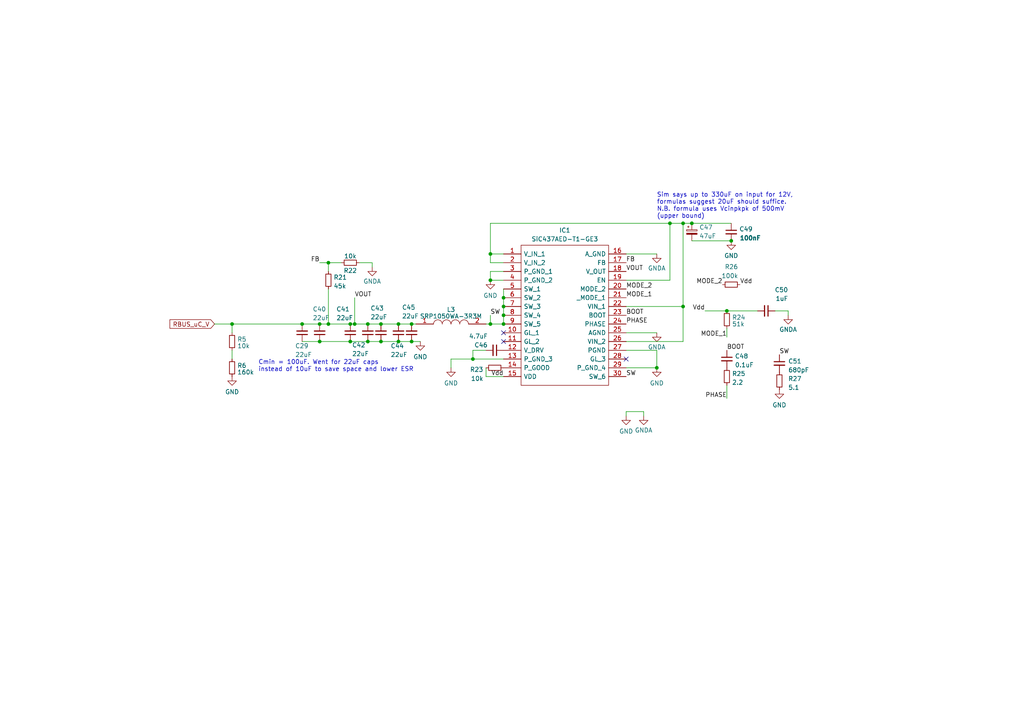
<source format=kicad_sch>
(kicad_sch (version 20231120) (generator "eeschema") (generator_version "8.0")
  (paper "A4")
  (lib_symbols
    (symbol "Device:C_Polarized_Small" (pin_numbers hide) (pin_names (offset 0.254) hide)
      (property "Reference" "C" (at 0.254 1.778 0))
      (property "Value" "C_Polarized_Small" (at 0.254 -2.032 0))
      (symbol "C_Polarized_Small_0_1"
        (rectangle (start -1.524 -0.3048) (end 1.524 -0.6858) (fill (type outline)))
        (rectangle (start -1.524 0.6858) (end 1.524 0.3048))
        (polyline (pts (xy -1.27 1.524) (xy -0.762 1.524)))
        (polyline (pts (xy -1.016 1.27) (xy -1.016 1.778)))
      )
      (symbol "C_Polarized_Small_1_1"
        (pin passive line (at 0 2.54 270) (length 1.8542) (name "~") (number "1"))
        (pin passive line (at 0 -2.54 90) (length 1.8542) (name "~") (number "2"))
      )
    )
    (symbol "Device:C_Small" (pin_numbers hide) (pin_names (offset 0.254) hide)
      (property "Reference" "C" (at 0.254 1.778 0))
      (property "Value" "C_Small" (at 0.254 -2.032 0))
      (symbol "C_Small_0_1"
        (polyline (pts (xy -1.524 -0.508) (xy 1.524 -0.508)) (stroke (width 0.3302)))
        (polyline (pts (xy -1.524 0.508) (xy 1.524 0.508)) (stroke (width 0.3048)))
      )
      (symbol "C_Small_1_1"
        (pin passive line (at 0 2.54 270) (length 2.032) (name "~") (number "1"))
        (pin passive line (at 0 -2.54 90) (length 2.032) (name "~") (number "2"))
      )
    )
    (symbol "Device:R_Small" (pin_numbers hide) (pin_names (offset 0.254) hide)
      (property "Reference" "R" (at 0.762 0.508 0))
      (property "Value" "R_Small" (at 0.762 -1.016 0))
      (symbol "R_Small_0_1"
        (rectangle (start -0.762 1.778) (end 0.762 -1.778) (stroke (width 0.2032)))
      )
      (symbol "R_Small_1_1"
        (pin passive line (at 0 2.54 270) (length 0.762) (name "~") (number "1"))
        (pin passive line (at 0 -2.54 90) (length 0.762) (name "~") (number "2"))
      )
    )
    (symbol "iclr:SRP1050WA-3R3M" (pin_names (offset 0.762))
      (property "Reference" "L" (at 16.51 6.35 0))
      (property "Value" "SRP1050WA-3R3M" (at 16.51 3.81 0))
      (symbol "SRP1050WA-3R3M_0_0"
        (pin passive line (at 0 0 0) (length 5.08) (name "~") (number "1"))
        (pin passive line (at 20.32 0 180) (length 5.08) (name "~") (number "2"))
      )
      (symbol "SRP1050WA-3R3M_0_1"
        (arc (start 7.62 0) (mid 6.35 1.2202) (end 5.08 0) (stroke (width 0.1524)))
        (arc (start 10.16 0) (mid 8.89 1.2202) (end 7.62 0) (stroke (width 0.1524)))
        (arc (start 12.7 0) (mid 11.43 1.2202) (end 10.16 0) (stroke (width 0.1524)))
        (arc (start 15.24 0) (mid 13.97 1.2202) (end 12.7 0) (stroke (width 0.1524)))
      )
    )
    (symbol "iclr:SiC437BED-T1-GE3" (pin_names (offset 0.762))
      (property "Reference" "IC" (at 31.75 7.62 0))
      (property "Value" "SiC437BED-T1-GE3" (at 31.75 5.08 0))
      (symbol "SiC437BED-T1-GE3_0_0"
        (pin passive line (at 0 0 0) (length 5.08) (name "V_IN_1") (number "1"))
        (pin passive line (at 0 -22.86 0) (length 5.08) (name "GL_1") (number "10"))
        (pin passive line (at 0 -25.4 0) (length 5.08) (name "GL_2") (number "11"))
        (pin passive line (at 0 -27.94 0) (length 5.08) (name "V_DRV") (number "12"))
        (pin passive line (at 0 -30.48 0) (length 5.08) (name "P_GND_3") (number "13"))
        (pin passive line (at 0 -33.02 0) (length 5.08) (name "P_GOOD") (number "14"))
        (pin passive line (at 0 -35.56 0) (length 5.08) (name "VDD") (number "15"))
        (pin passive line (at 35.56 0 180) (length 5.08) (name "A_GND") (number "16"))
        (pin passive line (at 35.56 -2.54 180) (length 5.08) (name "FB") (number "17"))
        (pin passive line (at 35.56 -5.08 180) (length 5.08) (name "V_OUT") (number "18"))
        (pin passive line (at 35.56 -7.62 180) (length 5.08) (name "EN") (number "19"))
        (pin passive line (at 0 -2.54 0) (length 5.08) (name "V_IN_2") (number "2"))
        (pin passive line (at 35.56 -10.16 180) (length 5.08) (name "MODE_2") (number "20"))
        (pin passive line (at 35.56 -12.7 180) (length 5.08) (name "_MODE_1") (number "21"))
        (pin passive line (at 35.56 -15.24 180) (length 5.08) (name "VIN_1") (number "22"))
        (pin passive line (at 35.56 -17.78 180) (length 5.08) (name "BOOT") (number "23"))
        (pin passive line (at 35.56 -20.32 180) (length 5.08) (name "PHASE") (number "24"))
        (pin passive line (at 35.56 -22.86 180) (length 5.08) (name "AGND") (number "25"))
        (pin passive line (at 35.56 -25.4 180) (length 5.08) (name "VIN_2") (number "26"))
        (pin passive line (at 35.56 -27.94 180) (length 5.08) (name "PGND") (number "27"))
        (pin passive line (at 35.56 -30.48 180) (length 5.08) (name "GL_3") (number "28"))
        (pin passive line (at 35.56 -33.02 180) (length 5.08) (name "P_GND_4") (number "29"))
        (pin passive line (at 0 -5.08 0) (length 5.08) (name "P_GND_1") (number "3"))
        (pin passive line (at 35.56 -35.56 180) (length 5.08) (name "SW_6") (number "30"))
        (pin passive line (at 0 -7.62 0) (length 5.08) (name "P_GND_2") (number "4"))
        (pin passive line (at 0 -10.16 0) (length 5.08) (name "SW_1") (number "5"))
        (pin passive line (at 0 -12.7 0) (length 5.08) (name "SW_2") (number "6"))
        (pin passive line (at 0 -15.24 0) (length 5.08) (name "SW_3") (number "7"))
        (pin passive line (at 0 -17.78 0) (length 5.08) (name "SW_4") (number "8"))
        (pin passive line (at 0 -20.32 0) (length 5.08) (name "SW_5") (number "9"))
      )
      (symbol "SiC437BED-T1-GE3_0_1"
        (polyline (pts (xy 5.08 2.54) (xy 30.48 2.54) (xy 30.48 -38.1) (xy 5.08 -38.1) (xy 5.08 2.54)) (stroke (width 0.1524)))
      )
    )
    (symbol "power:GND" (power) (pin_names (offset 0))
      (property "Value" "GND" (at 0 -3.81 0))
      (symbol "GND_0_1"
        (polyline (pts (xy 0 0) (xy 0 -1.27) (xy 1.27 -1.27) (xy 0 -2.54) (xy -1.27 -1.27) (xy 0 -1.27)))
      )
      (symbol "GND_1_1"
        (pin power_in line (at 0 0 270) (length 0) hide (name "GND") (number "1"))
      )
    )
    (symbol "power:GNDA" (power) (pin_names (offset 0))
      (property "Value" "GNDA" (at 0 -3.81 0))
      (symbol "GNDA_0_1"
        (polyline (pts (xy 0 0) (xy 0 -1.27) (xy 1.27 -1.27) (xy 0 -2.54) (xy -1.27 -1.27) (xy 0 -1.27)))
      )
      (symbol "GNDA_1_1"
        (pin power_in line (at 0 0 270) (length 0) hide (name "GNDA") (number "1"))
      )
    )
  )
  (junction (at 198.12 64.77))
  (junction (at 142.24 93.98))
  (junction (at 212.09 69.85))
  (junction (at 137.16 104.14))
  (junction (at 102.87 93.98))
  (junction (at 95.25 76.2))
  (junction (at 67.31 93.98))
  (junction (at 146.05 93.98))
  (junction (at 110.49 99.06))
  (junction (at 115.57 93.98))
  (junction (at 200.66 64.77))
  (junction (at 146.05 88.9))
  (junction (at 198.12 88.9))
  (junction (at 101.6 93.98))
  (junction (at 101.6 99.06))
  (junction (at 106.68 99.06))
  (junction (at 119.38 93.98))
  (junction (at 92.71 93.98))
  (junction (at 87.63 93.98))
  (junction (at 92.71 99.06))
  (junction (at 115.57 99.06))
  (junction (at 142.24 81.28))
  (junction (at 146.05 91.44))
  (junction (at 146.05 86.36))
  (junction (at 142.24 73.66))
  (junction (at 194.31 64.77))
  (junction (at 119.38 99.06))
  (junction (at 106.68 93.98))
  (junction (at 190.5 106.68))
  (junction (at 210.82 90.17))
  (junction (at 95.25 93.98))
  (junction (at 110.49 93.98))
  (no_connect (at 146.05 96.52))
  (no_connect (at 181.61 104.14))
  (no_connect (at 146.05 99.06))
  (wire (pts (xy 95.25 93.98) (xy 101.6 93.98)))
  (wire (pts (xy 181.61 96.52) (xy 190.5 96.52)))
  (wire (pts (xy 101.6 93.98) (xy 102.87 93.98)))
  (wire (pts (xy 67.31 93.98) (xy 67.31 96.52)))
  (wire (pts (xy 194.31 64.77) (xy 194.31 81.28)))
  (wire (pts (xy 115.57 93.98) (xy 119.38 93.98)))
  (wire (pts (xy 186.69 119.38) (xy 186.69 120.65)))
  (wire (pts (xy 140.97 93.98) (xy 142.24 93.98)))
  (wire (pts (xy 137.16 104.14) (xy 130.81 104.14)))
  (wire (pts (xy 181.61 119.38) (xy 186.69 119.38)))
  (wire (pts (xy 107.95 76.2) (xy 107.95 77.47)))
  (wire (pts (xy 142.24 93.98) (xy 146.05 93.98)))
  (wire (pts (xy 204.47 90.17) (xy 210.82 90.17)))
  (wire (pts (xy 146.05 104.14) (xy 137.16 104.14)))
  (wire (pts (xy 95.25 76.2) (xy 99.06 76.2)))
  (wire (pts (xy 121.92 99.06) (xy 119.38 99.06)))
  (wire (pts (xy 198.12 64.77) (xy 198.12 88.9)))
  (wire (pts (xy 62.23 93.98) (xy 67.31 93.98)))
  (wire (pts (xy 210.82 90.17) (xy 219.71 90.17)))
  (wire (pts (xy 142.24 64.77) (xy 142.24 73.66)))
  (wire (pts (xy 106.68 99.06) (xy 110.49 99.06)))
  (wire (pts (xy 181.61 99.06) (xy 198.12 99.06)))
  (wire (pts (xy 146.05 86.36) (xy 146.05 88.9)))
  (wire (pts (xy 106.68 93.98) (xy 110.49 93.98)))
  (wire (pts (xy 92.71 76.2) (xy 95.25 76.2)))
  (wire (pts (xy 181.61 120.65) (xy 181.61 119.38)))
  (wire (pts (xy 146.05 83.82) (xy 146.05 86.36)))
  (wire (pts (xy 140.97 101.6) (xy 137.16 101.6)))
  (wire (pts (xy 140.97 106.68) (xy 140.97 109.22)))
  (wire (pts (xy 142.24 76.2) (xy 146.05 76.2)))
  (wire (pts (xy 200.66 69.85) (xy 212.09 69.85)))
  (wire (pts (xy 95.25 78.74) (xy 95.25 76.2)))
  (wire (pts (xy 104.14 76.2) (xy 107.95 76.2)))
  (wire (pts (xy 67.31 93.98) (xy 87.63 93.98)))
  (wire (pts (xy 102.87 86.36) (xy 102.87 93.98)))
  (wire (pts (xy 146.05 91.44) (xy 146.05 93.98)))
  (wire (pts (xy 102.87 93.98) (xy 106.68 93.98)))
  (wire (pts (xy 137.16 101.6) (xy 137.16 104.14)))
  (wire (pts (xy 110.49 99.06) (xy 115.57 99.06)))
  (wire (pts (xy 92.71 93.98) (xy 95.25 93.98)))
  (wire (pts (xy 228.6 90.17) (xy 228.6 91.44)))
  (wire (pts (xy 87.63 93.98) (xy 92.71 93.98)))
  (wire (pts (xy 210.82 95.25) (xy 210.82 97.79)))
  (wire (pts (xy 142.24 73.66) (xy 146.05 73.66)))
  (wire (pts (xy 142.24 91.44) (xy 142.24 93.98)))
  (wire (pts (xy 181.61 101.6) (xy 190.5 101.6)))
  (wire (pts (xy 87.63 99.06) (xy 92.71 99.06)))
  (wire (pts (xy 146.05 81.28) (xy 142.24 81.28)))
  (wire (pts (xy 181.61 106.68) (xy 190.5 106.68)))
  (wire (pts (xy 181.61 81.28) (xy 194.31 81.28)))
  (wire (pts (xy 119.38 93.98) (xy 120.65 93.98)))
  (wire (pts (xy 95.25 83.82) (xy 95.25 93.98)))
  (wire (pts (xy 142.24 73.66) (xy 142.24 76.2)))
  (wire (pts (xy 130.81 104.14) (xy 130.81 106.68)))
  (wire (pts (xy 115.57 99.06) (xy 119.38 99.06)))
  (wire (pts (xy 181.61 88.9) (xy 198.12 88.9)))
  (wire (pts (xy 146.05 88.9) (xy 146.05 91.44)))
  (wire (pts (xy 210.82 111.76) (xy 210.82 115.57)))
  (wire (pts (xy 101.6 99.06) (xy 106.68 99.06)))
  (wire (pts (xy 142.24 64.77) (xy 194.31 64.77)))
  (wire (pts (xy 194.31 64.77) (xy 198.12 64.77)))
  (wire (pts (xy 190.5 101.6) (xy 190.5 106.68)))
  (wire (pts (xy 198.12 88.9) (xy 198.12 99.06)))
  (wire (pts (xy 181.61 73.66) (xy 190.5 73.66)))
  (wire (pts (xy 224.79 90.17) (xy 228.6 90.17)))
  (wire (pts (xy 200.66 64.77) (xy 212.09 64.77)))
  (wire (pts (xy 146.05 78.74) (xy 142.24 78.74)))
  (wire (pts (xy 142.24 78.74) (xy 142.24 81.28)))
  (wire (pts (xy 140.97 109.22) (xy 146.05 109.22)))
  (wire (pts (xy 110.49 93.98) (xy 115.57 93.98)))
  (wire (pts (xy 198.12 64.77) (xy 200.66 64.77)))
  (wire (pts (xy 67.31 101.6) (xy 67.31 104.14)))
  (wire (pts (xy 92.71 99.06) (xy 101.6 99.06)))
  (text "Cmin = 100uF. Went for 22uF caps \ninstead of 10uF to save space and lower ESR" (at 74.93 107.95 0) (effects (font (size 1.27 1.27)) (justify left bottom)))
  (text "Sim says up to 330uF on input for 12V,\nformulas suggest 20uF should suffice.\nN.B. formula uses Vcinpkpk of 500mV\n(upper bound)" (at 190.5 63.5 0) (effects (font (size 1.27 1.27)) (justify left bottom)))
  (label "MODE_2" (at 209.55 82.55 180))
  (label "SW" (at 142.24 91.44 0))
  (label "SW" (at 226.06 102.87 0))
  (label "SW" (at 181.61 109.22 0))
  (label "Vdd" (at 204.47 90.17 180))
  (label "BOOT" (at 210.82 101.6 0))
  (label "PHASE" (at 181.61 93.98 0))
  (label "FB" (at 181.61 76.2 0))
  (label "VOUT" (at 181.61 78.74 0))
  (label "VOUT" (at 102.87 86.36 0))
  (label "Vdd" (at 214.63 82.55 0))
  (label "FB" (at 92.71 76.2 180))
  (label "MODE_1" (at 210.82 97.79 180))
  (label "MODE_2" (at 181.61 83.82 0))
  (label "Vdd" (at 146.05 109.22 180))
  (label "MODE_1" (at 181.61 86.36 0))
  (label "PHASE" (at 210.82 115.57 180))
  (label "BOOT" (at 181.61 91.44 0))
  (global_label "RBUS_uC_V" (shape input) (at 62.23 93.98 180) (property "Intersheetrefs" "${INTERSHEET_REFS}" (effects (hide yes))))
  (symbol (lib_id "Device:C_Small") (at 119.38 96.52 180) (unit 1)
    (property "Reference" "C45" (at 116.586 89.1571 0) (effects (justify right)))
    (property "Value" "22uF" (at 116.586 91.694 0) (effects (justify right)))
    (property "Footprint" "Capacitor_SMD:C_0603_1608Metric" (effects (hide yes)))
  )
  (symbol (lib_id "Device:C_Small") (at 212.09 67.31 0) (unit 1)
    (property "Reference" "C49" (at 214.4141 66.4373 0) (effects (justify left)))
    (property "Value" "100nF" (at 214.4141 69.0456 0) (effects (font (bold yes)) (justify left)))
    (property "Footprint" "Capacitor_SMD:C_0603_1608Metric" (effects (hide yes)))
  )
  (symbol (lib_id "power:GND") (at 181.61 120.65 0) (unit 1)
    (property "Reference" "#PWR055" (effects (hide yes)))
    (property "Value" "GND" (at 181.61 125.0934 0))
  )
  (symbol (lib_id "power:GNDA") (at 228.6 91.44 0) (unit 1)
    (property "Reference" "#PWR062" (effects (hide yes)))
    (property "Value" "GNDA" (at 228.6 95.5755 0))
  )
  (symbol (lib_id "power:GND") (at 226.06 113.03 0) (unit 1)
    (property "Reference" "#PWR061" (effects (hide yes)))
    (property "Value" "GND" (at 226.06 117.4734 0))
  )
  (symbol (lib_id "Device:R_Small") (at 226.06 110.49 0) (unit 1)
    (property "Reference" "R27" (at 228.6 109.855 0) (effects (justify left)))
    (property "Value" "5.1" (at 228.6 112.395 0) (effects (justify left)))
    (property "Footprint" "Resistor_SMD:R_0603_1608Metric" (effects (hide yes)))
  )
  (symbol (lib_id "power:GND") (at 121.92 99.06 0) (unit 1)
    (property "Reference" "#PWR052" (effects (hide yes)))
    (property "Value" "GND" (at 121.92 103.5034 0))
  )
  (symbol (lib_id "Device:C_Small") (at 143.51 101.6 270) (unit 1)
    (property "Reference" "C46" (at 141.478 100.076 90) (effects (justify right)))
    (property "Value" "4.7uF" (at 141.478 97.5391 90) (effects (justify right)))
    (property "Footprint" "Capacitor_SMD:C_0402_1005Metric" (effects (hide yes)))
  )
  (symbol (lib_id "Device:R_Small") (at 67.31 106.68 0) (unit 1)
    (property "Reference" "R6" (at 68.8086 106.0363 0) (effects (justify left)))
    (property "Value" "160k" (at 68.8086 107.9573 0) (effects (justify left)))
    (property "Footprint" "Resistor_SMD:R_0402_1005Metric" (effects (hide yes)))
  )
  (symbol (lib_id "power:GND") (at 190.5 106.68 0) (unit 1)
    (property "Reference" "#PWR059" (effects (hide yes)))
    (property "Value" "GND" (at 190.5 111.1234 0))
  )
  (symbol (lib_id "Device:R_Small") (at 143.51 106.68 90) (unit 1)
    (property "Reference" "R23" (at 140.208 107.188 90) (effects (justify left)))
    (property "Value" "10k" (at 140.2334 109.8007 90) (effects (justify left)))
    (property "Footprint" "Resistor_SMD:R_0402_1005Metric" (effects (hide yes)))
  )
  (symbol (lib_id "Device:C_Small") (at 210.82 104.14 0) (unit 1)
    (property "Reference" "C48" (at 213.1441 103.3116 0) (effects (justify left)))
    (property "Value" "0.1uF" (at 213.1441 105.8485 0) (effects (justify left)))
    (property "Footprint" "Capacitor_SMD:C_0402_1005Metric" (effects (hide yes)))
  )
  (symbol (lib_id "iclr:SRP1050WA-3R3M") (at 120.65 93.98 0) (unit 1)
    (property "Reference" "L3" (at 130.81 89.8007 0))
    (property "Value" "SRP1050WA-3R3M" (at 130.81 91.7217 0))
    (property "Footprint" "iclr:INDPM110100X540N" (effects (hide yes)))
    (property "Datasheet" "https://g.componentsearchengine.com/Datasheets/0/17601762.pdf" (effects (hide yes)))
    (property "Description" "Ind,11x10x5.1mm,3.3uH+/-20%,18.7A,shd" (effects (hide yes)))
    (property "Height" "5.4" (effects (hide yes)))
    (property "Manufacturer_Name" "Bourns" (effects (hide yes)))
    (property "Manufacturer_Part_Number" "SRP1050WA-3R3M" (effects (hide yes)))
  )
  (symbol (lib_id "Device:R_Small") (at 210.82 109.22 180) (unit 1)
    (property "Reference" "R25" (at 212.3186 108.3853 0) (effects (justify right)))
    (property "Value" "2.2" (at 212.3186 110.9222 0) (effects (justify right)))
    (property "Footprint" "Resistor_SMD:R_0402_1005Metric" (effects (hide yes)))
  )
  (symbol (lib_id "Device:C_Small") (at 106.68 96.52 180) (unit 1)
    (property "Reference" "C42" (at 102.108 100.0791 0) (effects (justify right)))
    (property "Value" "22uF" (at 102.108 102.616 0) (effects (justify right)))
    (property "Footprint" "Capacitor_SMD:C_0603_1608Metric" (effects (hide yes)))
  )
  (symbol (lib_id "power:GNDA") (at 190.5 96.52 0) (unit 1)
    (property "Reference" "#PWR058" (effects (hide yes)))
    (property "Value" "GNDA" (at 190.5 100.6555 0))
  )
  (symbol (lib_id "power:GND") (at 67.31 109.22 0) (unit 1)
    (property "Reference" "#PWR050" (effects (hide yes)))
    (property "Value" "GND" (at 67.31 113.6634 0))
  )
  (symbol (lib_id "power:GNDA") (at 186.69 120.65 0) (unit 1)
    (property "Reference" "#PWR056" (effects (hide yes)))
    (property "Value" "GNDA" (at 186.69 124.7855 0))
  )
  (symbol (lib_id "Device:R_Small") (at 67.31 99.06 0) (unit 1)
    (property "Reference" "R5" (at 68.8086 98.4163 0) (effects (justify left)))
    (property "Value" "10k" (at 68.8086 100.3373 0) (effects (justify left)))
    (property "Footprint" "Resistor_SMD:R_0402_1005Metric" (effects (hide yes)))
  )
  (symbol (lib_id "Device:C_Small") (at 87.63 96.52 180) (unit 1)
    (property "Reference" "C29" (at 85.598 100.3331 0) (effects (justify right)))
    (property "Value" "22uF" (at 85.598 102.87 0) (effects (justify right)))
    (property "Footprint" "Capacitor_SMD:C_0603_1608Metric" (effects (hide yes)))
  )
  (symbol (lib_id "Device:C_Small") (at 222.25 90.17 270) (unit 1)
    (property "Reference" "C50" (at 228.6 84.074 90) (effects (justify right)))
    (property "Value" "1uF" (at 228.6 86.6109 90) (effects (justify right)))
    (property "Footprint" "Capacitor_SMD:C_0402_1005Metric" (effects (hide yes)))
  )
  (symbol (lib_id "power:GND") (at 142.24 81.28 0) (unit 1)
    (property "Reference" "#PWR054" (effects (hide yes)))
    (property "Value" "GND" (at 142.24 85.7234 0))
  )
  (symbol (lib_id "Device:R_Small") (at 210.82 92.71 0) (unit 1)
    (property "Reference" "R24" (at 212.3186 92.0663 0) (effects (justify left)))
    (property "Value" "51k" (at 212.3186 93.9873 0) (effects (justify left)))
    (property "Footprint" "Resistor_SMD:R_0402_1005Metric" (effects (hide yes)))
  )
  (symbol (lib_id "power:GND") (at 212.09 69.85 0) (unit 1)
    (property "Reference" "#PWR060" (effects (hide yes)))
    (property "Value" "GND" (at 212.09 74.168 0))
  )
  (symbol (lib_id "Device:C_Small") (at 101.6 96.52 180) (unit 1)
    (property "Reference" "C41" (at 97.536 89.6651 0) (effects (justify right)))
    (property "Value" "22uF" (at 97.536 92.202 0) (effects (justify right)))
    (property "Footprint" "Capacitor_SMD:C_0603_1608Metric" (effects (hide yes)))
  )
  (symbol (lib_id "power:GND") (at 130.81 106.68 0) (unit 1)
    (property "Reference" "#PWR053" (effects (hide yes)))
    (property "Value" "GND" (at 130.81 111.1234 0))
  )
  (symbol (lib_id "Device:C_Polarized_Small") (at 200.66 67.31 0) (unit 1)
    (property "Reference" "C47" (at 202.819 65.9292 0) (effects (justify left)))
    (property "Value" "47uF" (at 202.819 68.4661 0) (effects (justify left)))
    (property "Footprint" "Capacitor_SMD:C_1206_3216Metric" (effects (hide yes)))
  )
  (symbol (lib_id "Device:R_Small") (at 95.25 81.28 0) (unit 1)
    (property "Reference" "R21" (at 96.7486 80.4453 0) (effects (justify left)))
    (property "Value" "45k" (at 96.7486 82.9822 0) (effects (justify left)))
    (property "Footprint" "Resistor_SMD:R_0402_1005Metric" (effects (hide yes)))
  )
  (symbol (lib_id "Device:C_Small") (at 92.71 96.52 180) (unit 1)
    (property "Reference" "C40" (at 90.678 89.6651 0) (effects (justify right)))
    (property "Value" "22uF" (at 90.678 92.202 0) (effects (justify right)))
    (property "Footprint" "Capacitor_SMD:C_0603_1608Metric" (effects (hide yes)))
  )
  (symbol (lib_id "power:GNDA") (at 107.95 77.47 0) (unit 1)
    (property "Reference" "#PWR051" (effects (hide yes)))
    (property "Value" "GNDA" (at 107.95 81.6055 0))
  )
  (symbol (lib_id "iclr:SiC437BED-T1-GE3") (at 146.05 73.66 0) (unit 1)
    (property "Reference" "IC1" (at 163.83 66.802 0))
    (property "Value" "SiC437AED-T1-GE3" (at 163.83 69.342 0))
    (property "Footprint" "iclr:SiC437BEDT1GE3" (effects (hide yes)))
    (property "Datasheet" "https://componentsearchengine.com/Datasheets/1/SiC437BED-T1-GE3.pdf" (effects (hide yes)))
    (property "Description" "Switching Voltage Regulators 3-28V 12A 50uA microBUCK MLP44-24" (effects (hide yes)))
    (property "Height" "0.8" (effects (hide yes)))
    (property "Manufacturer_Name" "Vishay" (effects (hide yes)))
    (property "Manufacturer_Part_Number" "SiC437BED-T1-GE3" (effects (hide yes)))
    (property "Mouser Part Number" "78-SIC437BED-T1-GE3" (effects (hide yes)))
    (property "Mouser Price/Stock" "https://www.mouser.co.uk/ProductDetail/Vishay-Siliconix/SiC437BED-T1-GE3?qs=chTDxNqvsyntp1SKlnHzGA%3D%3D" (effects (hide yes)))
    (property "Arrow Part Number" "SIC437BED-T1-GE3" (effects (hide yes)))
    (property "Arrow Price/Stock" "https://www.arrow.com/en/products/sic437bed-t1-ge3/vishay" (effects (hide yes)))
  )
  (symbol (lib_id "Device:R_Small") (at 212.09 82.55 90) (unit 1)
    (property "Reference" "R26" (at 214.0966 77.3973 90) (effects (justify left)))
    (property "Value" "100k" (at 214.122 80.01 90) (effects (justify left)))
    (property "Footprint" "Resistor_SMD:R_0402_1005Metric" (effects (hide yes)))
  )
  (symbol (lib_id "Device:C_Small") (at 226.06 105.41 0) (unit 1)
    (property "Reference" "C51" (at 228.6 104.7813 0) (effects (justify left)))
    (property "Value" "680pF" (at 228.6 107.3213 0) (effects (justify left)))
    (property "Footprint" "Capacitor_SMD:C_0603_1608Metric" (effects (hide yes)))
  )
  (symbol (lib_id "Device:R_Small") (at 101.6 76.2 90) (unit 1)
    (property "Reference" "R22" (at 101.6 78.486 90))
    (property "Value" "10k" (at 101.6 74.3005 90))
    (property "Footprint" "Resistor_SMD:R_0402_1005Metric" (effects (hide yes)))
  )
  (symbol (lib_id "power:GNDA") (at 190.5 73.66 0) (unit 1)
    (property "Reference" "#PWR057" (effects (hide yes)))
    (property "Value" "GNDA" (at 190.5 77.7955 0))
  )
  (symbol (lib_id "Device:C_Small") (at 110.49 96.52 180) (unit 1)
    (property "Reference" "C43" (at 107.442 89.4111 0) (effects (justify right)))
    (property "Value" "22uF" (at 107.442 91.948 0) (effects (justify right)))
    (property "Footprint" "Capacitor_SMD:C_0603_1608Metric" (effects (hide yes)))
  )
  (symbol (lib_id "Device:C_Small") (at 115.57 96.52 180) (unit 1)
    (property "Reference" "C44" (at 113.284 100.3331 0) (effects (justify right)))
    (property "Value" "22uF" (at 113.284 102.87 0) (effects (justify right)))
    (property "Footprint" "Capacitor_SMD:C_0603_1608Metric" (effects (hide yes)))
  )
)
</source>
